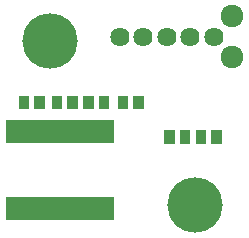
<source format=gbr>
G04 start of page 6 for group -4063 idx -4063 *
G04 Title: encoder, componentmask *
G04 Creator: pcb 20140316 *
G04 CreationDate: Mon 15 Jan 2018 02:12:54 AM GMT UTC *
G04 For: brian *
G04 Format: Gerber/RS-274X *
G04 PCB-Dimensions (mil): 1250.00 1300.00 *
G04 PCB-Coordinate-Origin: lower left *
%MOIN*%
%FSLAX25Y25*%
%LNTOPMASK*%
%ADD47R,0.0285X0.0285*%
%ADD46R,0.0355X0.0355*%
%ADD45C,0.1850*%
%ADD44C,0.0757*%
%ADD43C,0.0640*%
G54D43*X73252Y107500D03*
X81126D03*
X89000D03*
X96874D03*
X104748D03*
G54D44*X110654Y114193D03*
G54D45*X50000Y106000D03*
G54D44*X110654Y100807D03*
G54D45*X98500Y51500D03*
G54D46*X52441Y85992D02*Y85008D01*
X57559Y85992D02*Y85008D01*
X41441Y85992D02*Y85008D01*
X46559Y85992D02*Y85008D01*
G54D47*X67531Y78389D02*Y73468D01*
X64972Y78389D02*Y73468D01*
X62413Y78389D02*Y73468D01*
X59854Y78389D02*Y73468D01*
X57294Y78389D02*Y73468D01*
X54735Y78389D02*Y73468D01*
X52176Y78389D02*Y73468D01*
X49617Y78389D02*Y73468D01*
X47058Y78389D02*Y73468D01*
X44499Y78389D02*Y73468D01*
X41940Y78389D02*Y73468D01*
X39381Y78389D02*Y73468D01*
X36822Y78389D02*Y73468D01*
Y52602D02*Y47681D01*
X39381Y52602D02*Y47681D01*
X41940Y52602D02*Y47681D01*
X44499Y52602D02*Y47681D01*
X47058Y52602D02*Y47681D01*
X49617Y52602D02*Y47681D01*
X52176Y52602D02*Y47681D01*
X54735Y52602D02*Y47681D01*
X57294Y52602D02*Y47681D01*
X59854Y52602D02*Y47681D01*
X62413Y52602D02*Y47681D01*
X64972Y52602D02*Y47681D01*
X67531Y52602D02*Y47681D01*
X70050Y52602D02*Y47681D01*
G54D46*X100441Y74492D02*Y73508D01*
X105559Y74492D02*Y73508D01*
X95059Y74492D02*Y73508D01*
X89941Y74492D02*Y73508D01*
X74441Y85992D02*Y85008D01*
X68059Y85992D02*Y85008D01*
X62941Y85992D02*Y85008D01*
X79559Y85992D02*Y85008D01*
G54D47*X70050Y78389D02*Y73468D01*
M02*

</source>
